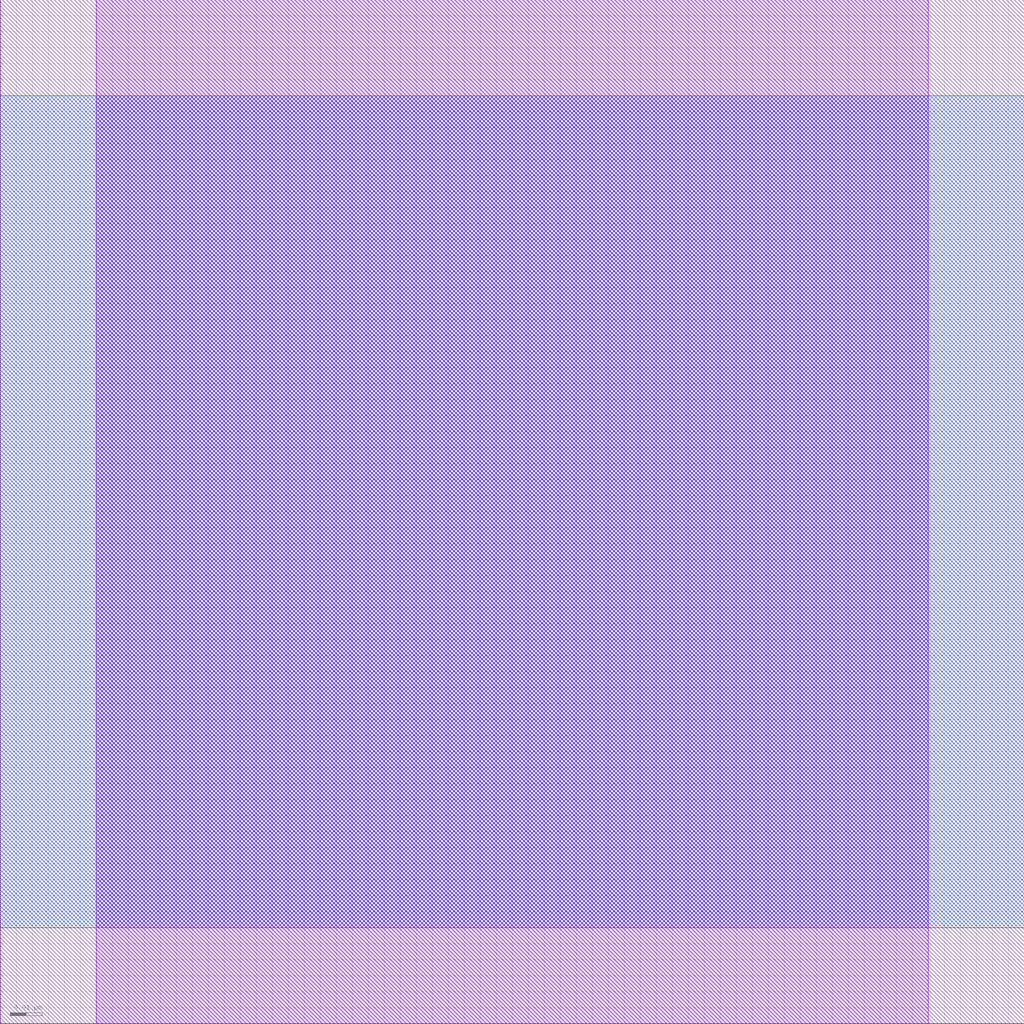
<source format=lef>
VERSION 5.7 ;
  NOWIREEXTENSIONATPIN ON ;
  DIVIDERCHAR "/" ;
  BUSBITCHARS "[]" ;
UNITS
  DATABASE MICRONS 200 ;
END UNITS

LAYER via2
  TYPE CUT ;
END via2

LAYER via
  TYPE CUT ;
END via

LAYER nwell
  TYPE MASTERSLICE ;
END nwell

LAYER via3
  TYPE CUT ;
END via3

LAYER pwell
  TYPE MASTERSLICE ;
END pwell

LAYER via4
  TYPE CUT ;
END via4

LAYER mcon
  TYPE CUT ;
END mcon

LAYER met6
  TYPE ROUTING ;
  WIDTH 0.030000 ;
  SPACING 0.040000 ;
  DIRECTION HORIZONTAL ;
END met6

LAYER met1
  TYPE ROUTING ;
  WIDTH 0.140000 ;
  SPACING 0.140000 ;
  DIRECTION HORIZONTAL ;
END met1

LAYER met3
  TYPE ROUTING ;
  WIDTH 0.300000 ;
  SPACING 0.300000 ;
  DIRECTION HORIZONTAL ;
END met3

LAYER met2
  TYPE ROUTING ;
  WIDTH 0.140000 ;
  SPACING 0.140000 ;
  DIRECTION HORIZONTAL ;
END met2

LAYER met4
  TYPE ROUTING ;
  WIDTH 0.300000 ;
  SPACING 0.300000 ;
  DIRECTION HORIZONTAL ;
END met4

LAYER met5
  TYPE ROUTING ;
  WIDTH 1.600000 ;
  SPACING 1.600000 ;
  DIRECTION HORIZONTAL ;
END met5

LAYER li1
  TYPE ROUTING ;
  WIDTH 0.170000 ;
  SPACING 0.170000 ;
  DIRECTION HORIZONTAL ;
END li1

MACRO sky130_hilas_m12m2
  CLASS BLOCK ;
  FOREIGN sky130_hilas_m12m2 ;
  ORIGIN 0.090 0.100 ;
  SIZE 0.320 BY 0.320 ;
  OBS
      LAYER met1 ;
        RECT -0.060 -0.100 0.200 0.220 ;
      LAYER via ;
        RECT -0.060 -0.070 0.200 0.190 ;
      LAYER met2 ;
        RECT -0.090 -0.070 0.230 0.190 ;
  END
END sky130_hilas_m12m2
END LIBRARY


</source>
